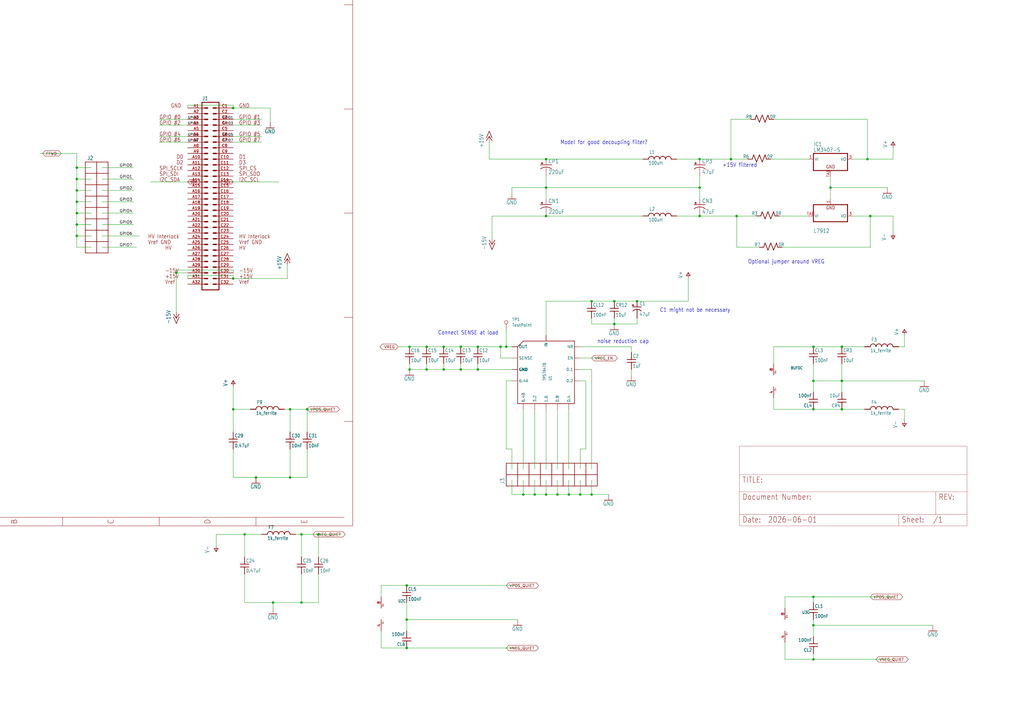
<source format=kicad_sch>
(kicad_sch (version 20231120) (generator "eeschema") (generator_version "8.0")
  (paper "User" 457.276 315.087)
  (lib_symbols
    (symbol "Connector:TestPoint" (pin_numbers hide) (pin_names (offset 0.762) hide)
      (property "Reference" "TP" (at 0 6.858 0))
      (property "Value" "TestPoint" (at 0 5.08 0))
      (symbol "TestPoint_1_1"
        (pin passive line (at 0 0 90) (length 2.54) (name "1") (number "1"))
      )
    )
    (symbol "CurrentController-eagle-import:+15V" (power)
      (symbol "+15V_1_0"
        (pin power_in line (at 0 -2.54 90) (length 2.54) (name "+15V") (number "1"))
      )
    )
    (symbol "CurrentController-eagle-import:-15V" (power)
      (symbol "-15V_1_0"
        (pin power_in line (at 0 2.54 270) (length 2.54) (name "-15V") (number "1"))
      )
    )
    (symbol "CurrentController-eagle-import:2X8_LOW_PROFILE_JUMPER"
      (property "Reference" "J" (at -4.318 21.082 0))
      (symbol "2X8_LOW_PROFILE_JUMPER_1_0"
        (pin bidirectional line (at -2.54 17.78 270) (length 0) (name "P$1") (number "P$1"))
        (pin bidirectional line (at 2.54 -2.54 270) (length 0) (name "P$10") (number "P$10"))
        (pin bidirectional line (at -2.54 -7.62 270) (length 0) (name "P$11") (number "P$11"))
        (pin bidirectional line (at 2.54 -7.62 270) (length 0) (name "P$12") (number "P$12"))
        (pin bidirectional line (at -2.54 -12.7 270) (length 0) (name "P$13") (number "P$13"))
        (pin bidirectional line (at 2.54 -12.7 270) (length 0) (name "P$14") (number "P$14"))
        (pin bidirectional line (at -2.54 -17.78 270) (length 0) (name "P$15") (number "P$15"))
        (pin bidirectional line (at 2.54 -17.78 270) (length 0) (name "P$16") (number "P$16"))
        (pin bidirectional line (at 2.54 17.78 270) (length 0) (name "P$2") (number "P$2"))
        (pin bidirectional line (at -2.54 12.7 270) (length 0) (name "P$3") (number "P$3"))
        (pin bidirectional line (at 2.54 12.7 270) (length 0) (name "P$4") (number "P$4"))
        (pin bidirectional line (at -2.54 7.62 270) (length 0) (name "P$5") (number "P$5"))
        (pin bidirectional line (at 2.54 7.62 270) (length 0) (name "P$6") (number "P$6"))
        (pin bidirectional line (at -2.54 2.54 270) (length 0) (name "P$7") (number "P$7"))
        (pin bidirectional line (at 2.54 2.54 270) (length 0) (name "P$8") (number "P$8"))
        (pin bidirectional line (at -2.54 -2.54 270) (length 0) (name "P$9") (number "P$9"))
      )
    )
    (symbol "CurrentController-eagle-import:CPOL-USCT7343"
      (property "Reference" "C" (at 1.016 0.635 0))
      (symbol "CPOL-USCT7343_1_0"
        (pin passive line (at 0 2.54 270) (length 2.54) (name "+") (number "+"))
        (pin passive line (at 0 -5.08 90) (length 2.54) (name "-") (number "-"))
      )
    )
    (symbol "CurrentController-eagle-import:CPOL-USF"
      (property "Reference" "C" (at 1.016 0.635 0))
      (symbol "CPOL-USF_1_0"
        (pin passive line (at 0 2.54 270) (length 2.54) (name "+") (number "+"))
        (pin passive line (at 0 -5.08 90) (length 2.54) (name "-") (number "-"))
      )
    )
    (symbol "CurrentController-eagle-import:C_MLCC_SMDCMLCC_0306"
      (property "Reference" "C" (at 0.5715 0.0635 0))
      (symbol "C_MLCC_SMDCMLCC_0306_1_0"
        (pin passive line (at 0 2.54 270) (length 0) (name "1") (number "P$1"))
        (pin passive line (at 0 -5.08 90) (length 0) (name "2") (number "P$2"))
      )
    )
    (symbol "CurrentController-eagle-import:C_MLCC_SMDCMLCC_0603"
      (property "Reference" "C" (at 0.5715 0.0635 0))
      (symbol "C_MLCC_SMDCMLCC_0603_1_0"
        (pin passive line (at 0 2.54 270) (length 0) (name "1") (number "P$1"))
        (pin passive line (at 0 -5.08 90) (length 0) (name "2") (number "P$2"))
      )
    )
    (symbol "CurrentController-eagle-import:C_MLCC_SMDCMLCC_0612"
      (property "Reference" "C" (at 0.5715 0.0635 0))
      (symbol "C_MLCC_SMDCMLCC_0612_1_0"
        (pin passive line (at 0 2.54 270) (length 0) (name "1") (number "P$1"))
        (pin passive line (at 0 -5.08 90) (length 0) (name "2") (number "P$2"))
      )
    )
    (symbol "CurrentController-eagle-import:C_MLCC_SMDCMLCC_0805"
      (property "Reference" "C" (at 0.5715 0.0635 0))
      (symbol "C_MLCC_SMDCMLCC_0805_1_0"
        (pin passive line (at 0 2.54 270) (length 0) (name "1") (number "P$1"))
        (pin passive line (at 0 -5.08 90) (length 0) (name "2") (number "P$2"))
      )
    )
    (symbol "CurrentController-eagle-import:C_POL_SMDCPOL_1206"
      (property "Reference" "C" (at 1.016 0.635 0))
      (symbol "C_POL_SMDCPOL_1206_1_0"
        (pin passive line (at 0 2.54 270) (length 0) (name "+") (number "P$1"))
        (pin passive line (at 0 -5.08 90) (length 0) (name "-") (number "P$2"))
      )
    )
    (symbol "CurrentController-eagle-import:DUAL-OPAMP-AD8676_MSOP"
      (property "Reference" "U" (at 7.62 5.08 0))
      (symbol "DUAL-OPAMP-AD8676_MSOP_1_0"
        (pin output line (at 10.16 0 180) (length 2.54) (name "OUT") (number "1"))
        (pin input line (at -5.08 -2.54 0) (length 2.54) (name "-IN") (number "2"))
        (pin input line (at -5.08 2.54 0) (length 2.54) (name "+IN") (number "3"))
      )
      (symbol "DUAL-OPAMP-AD8676_MSOP_2_0"
        (pin input line (at -5.08 2.54 0) (length 2.54) (name "+IN") (number "5"))
        (pin input line (at -5.08 -2.54 0) (length 2.54) (name "-IN") (number "6"))
        (pin output line (at 10.16 0 180) (length 2.54) (name "OUT") (number "7"))
      )
      (symbol "DUAL-OPAMP-AD8676_MSOP_3_0"
        (text "V+" (at 1.27 3.175 900) (effects (font (size 0.8128 0.6908)) (justify left bottom)))
        (text "V-" (at 1.27 -4.445 900) (effects (font (size 0.8128 0.6908)) (justify left bottom)))
        (pin power_in line (at 0 -7.62 90) (length 5.08) (name "V-") (number "4"))
        (pin power_in line (at 0 7.62 270) (length 5.08) (name "V+") (number "8"))
      )
    )
    (symbol "CurrentController-eagle-import:FRAME_A_L"
      (symbol "FRAME_A_L_1_0"
        (text "1" (at 23.2833 213.995 0) (effects (font (size 2.54 2.286))))
        (text "2" (at 69.85 213.995 0) (effects (font (size 2.54 2.286))))
        (text "3" (at 116.4167 213.995 0) (effects (font (size 2.54 2.286))))
        (text "4" (at 162.9833 213.995 0) (effects (font (size 2.54 2.286))))
        (text "5" (at 209.55 213.995 0) (effects (font (size 2.54 2.286))))
        (text "6" (at 256.1167 213.995 0) (effects (font (size 2.54 2.286))))
        (text "A" (at 1.905 194.31 0) (effects (font (size 2.54 2.286))))
        (text "A" (at 277.495 194.31 0) (effects (font (size 2.54 2.286))))
        (text "B" (at 1.905 151.13 0) (effects (font (size 2.54 2.286))))
        (text "B" (at 277.495 151.13 0) (effects (font (size 2.54 2.286))))
        (text "C" (at 1.905 107.95 0) (effects (font (size 2.54 2.286))))
        (text "C" (at 277.495 107.95 0) (effects (font (size 2.54 2.286))))
        (text "D" (at 1.905 64.77 0) (effects (font (size 2.54 2.286))))
        (text "D" (at 277.495 64.77 0) (effects (font (size 2.54 2.286))))
        (text "E" (at 1.905 21.59 0) (effects (font (size 2.54 2.286))))
        (text "E" (at 277.495 21.59 0) (effects (font (size 2.54 2.286))))
      )
      (symbol "FRAME_A_L_2_0"
        (text "${#}/${##}" (at 86.36 1.27 0) (effects (font (size 2.54 2.159)) (justify left bottom)))
        (text "${CURRENT_DATE}" (at 12.7 1.27 0) (effects (font (size 2.54 2.159)) (justify left bottom)))
        (text "${PROJECTNAME}" (at 17.78 19.05 0) (effects (font (size 2.54 2.159)) (justify left bottom)))
        (text "Date:" (at 1.27 1.27 0) (effects (font (size 2.54 2.159)) (justify left bottom)))
        (text "Document Number:" (at 1.27 11.43 0) (effects (font (size 2.54 2.159)) (justify left bottom)))
        (text "REV:" (at 88.9 11.43 0) (effects (font (size 2.54 2.159)) (justify left bottom)))
        (text "Sheet:" (at 72.39 1.27 0) (effects (font (size 2.54 2.159)) (justify left bottom)))
        (text "TITLE:" (at 1.27 19.05 0) (effects (font (size 2.54 2.159)) (justify left bottom)))
      )
    )
    (symbol "CurrentController-eagle-import:GND" (power)
      (symbol "GND_1_0"
        (pin power_in line (at 0 2.54 270) (length 2.54) (name "GND") (number "1"))
      )
    )
    (symbol "CurrentController-eagle-import:L7912"
      (symbol "L7912_1_0"
        (text "GND" (at -2.032 2.794 0) (effects (font (size 1.524 1.2954)) (justify left bottom)))
        (pin passive line (at 0 7.62 270) (length 2.54) (name "GND") (number "1"))
        (pin passive line (at 10.16 0 180) (length 2.54) (name "VO") (number "3"))
        (pin input line (at -10.16 0 0) (length 2.54) (name "VI") (number "TAB"))
      )
    )
    (symbol "CurrentController-eagle-import:LM340?-S"
      (property "Reference" "IC" (at -7.62 5.715 0))
      (symbol "LM340?-S_1_0"
        (text "GND" (at -2.032 -4.318 0) (effects (font (size 1.524 1.2954)) (justify left bottom)))
        (pin input line (at -10.16 0 0) (length 2.54) (name "VI") (number "1"))
        (pin passive line (at 10.16 0 180) (length 2.54) (name "VO") (number "3"))
        (pin passive line (at 0 -7.62 90) (length 2.54) (name "GND") (number "TAB"))
      )
    )
    (symbol "CurrentController-eagle-import:L_FERRITE_SMDLFERRITE_0603"
      (property "Reference" "L" (at -4.7 2.31 0))
      (symbol "L_FERRITE_SMDLFERRITE_0603_1_0"
        (pin passive line (at -7.62 0 0) (length 2.54) (name "1") (number "P$1"))
        (pin passive line (at 7.62 0 180) (length 2.54) (name "2") (number "P$2"))
      )
    )
    (symbol "CurrentController-eagle-import:R_SMDR1206"
      (property "Reference" "R" (at -7.3025 0.3175 0))
      (symbol "R_SMDR1206_1_0"
        (pin passive line (at -5.08 0 0) (length 0) (name "1") (number "P$1"))
        (pin passive line (at 5.08 0 180) (length 0) (name "2") (number "P$2"))
      )
    )
    (symbol "CurrentController-eagle-import:TPS7A470"
      (property "Reference" "U" (at 10.16 15.24 0))
      (symbol "TPS7A470_1_0"
        (pin bidirectional line (at -15.24 5.08 0) (length 2.54) (name "OUT") (number "1"))
        (pin bidirectional line (at 10.16 -22.86 90) (length 2.54) (name "0.4") (number "10"))
        (pin bidirectional line (at 15.24 -10.16 180) (length 2.54) (name "0.2") (number "11"))
        (pin bidirectional line (at 15.24 -5.08 180) (length 2.54) (name "0.1") (number "12"))
        (pin bidirectional line (at 15.24 0 180) (length 2.54) (name "EN") (number "13"))
        (pin bidirectional line (at 15.24 5.08 180) (length 2.54) (name "NR") (number "14"))
        (pin bidirectional line (at 0 10.16 270) (length 2.54) (name "IN") (number "15"))
        (pin bidirectional line (at 0 10.16 270) (length 2.54) (name "IN") (number "16"))
        (pin bidirectional line (at -15.24 -5.08 0) (length 2.54) (name "GND") (number "17"))
        (pin bidirectional line (at -15.24 -5.08 0) (length 2.54) (name "GND") (number "18"))
        (pin bidirectional line (at -15.24 -5.08 0) (length 2.54) (name "GND") (number "19"))
        (pin bidirectional line (at -15.24 -5.08 0) (length 2.54) (name "GND") (number "2"))
        (pin bidirectional line (at -15.24 5.08 0) (length 2.54) (name "OUT") (number "20"))
        (pin bidirectional line (at -15.24 0 0) (length 2.54) (name "SENSE") (number "3"))
        (pin bidirectional line (at -15.24 -10.16 0) (length 2.54) (name "6.4A") (number "4"))
        (pin bidirectional line (at -10.16 -22.86 90) (length 2.54) (name "6.4B") (number "5"))
        (pin bidirectional line (at -5.08 -22.86 90) (length 2.54) (name "3.2") (number "6"))
        (pin bidirectional line (at -15.24 -5.08 0) (length 2.54) (name "GND") (number "7"))
        (pin bidirectional line (at 0 -22.86 90) (length 2.54) (name "1.6") (number "8"))
        (pin bidirectional line (at 5.08 -22.86 90) (length 2.54) (name "0.8") (number "9"))
        (pin bidirectional line (at -15.24 -5.08 0) (length 2.54) (name "GND") (number "EXP"))
      )
    )
    (symbol "CurrentController-eagle-import:V+" (power)
      (symbol "V+_1_0"
        (pin power_in line (at 0 -2.54 90) (length 2.54) (name "V+") (number "1"))
      )
    )
    (symbol "CurrentController-eagle-import:V-" (power)
      (symbol "V-_1_0"
        (pin power_in line (at 0 2.54 270) (length 2.54) (name "V-") (number "1"))
      )
    )
    (symbol "CurrentController-eagle-import:VG64C"
      (property "Reference" "J" (at -3.81 41.402 0))
      (symbol "VG64C_1_0"
        (text "+15V" (at -20.32 -38.1 0) (effects (font (size 1.778 1.5113)) (justify left bottom)))
        (text "+15V" (at 12.7 -38.1 0) (effects (font (size 1.778 1.5113)) (justify left bottom)))
        (text "-15V" (at -20.32 -35.56 0) (effects (font (size 1.778 1.5113)) (justify left bottom)))
        (text "-15V" (at 12.7 -35.56 0) (effects (font (size 1.778 1.5113)) (justify left bottom)))
        (text "D0" (at -15.24 15.24 0) (effects (font (size 1.778 1.5113)) (justify left bottom)))
        (text "D1" (at 12.7 15.24 0) (effects (font (size 1.778 1.5113)) (justify left bottom)))
        (text "D2" (at -15.24 12.7 0) (effects (font (size 1.778 1.5113)) (justify left bottom)))
        (text "D3" (at 12.7 12.7 0) (effects (font (size 1.778 1.5113)) (justify left bottom)))
        (text "GND" (at -17.78 38.1 0) (effects (font (size 1.778 1.5113)) (justify left bottom)))
        (text "GND" (at 12.7 38.1 0) (effects (font (size 1.778 1.5113)) (justify left bottom)))
        (text "GPIO #0" (at -22.86 33.02 0) (effects (font (size 1.778 1.5113)) (justify left bottom)))
        (text "GPIO #1" (at 12.7 33.02 0) (effects (font (size 1.778 1.5113)) (justify left bottom)))
        (text "GPIO #2" (at -22.86 30.48 0) (effects (font (size 1.778 1.5113)) (justify left bottom)))
        (text "GPIO #3" (at 12.7 30.48 0) (effects (font (size 1.778 1.5113)) (justify left bottom)))
        (text "GPIO #4" (at -22.86 25.4 0) (effects (font (size 1.778 1.5113)) (justify left bottom)))
        (text "GPIO #5" (at 12.7 25.4 0) (effects (font (size 1.778 1.5113)) (justify left bottom)))
        (text "GPIO #6" (at -22.86 22.86 0) (effects (font (size 1.778 1.5113)) (justify left bottom)))
        (text "GPIO #7" (at 12.7 22.86 0) (effects (font (size 1.778 1.5113)) (justify left bottom)))
        (text "HV" (at -20.32 -25.4 0) (effects (font (size 1.778 1.5113)) (justify left bottom)))
        (text "HV" (at 12.7 -25.4 0) (effects (font (size 1.778 1.5113)) (justify left bottom)))
        (text "HV Interlock" (at -27.94 -20.32 0) (effects (font (size 1.778 1.5113)) (justify left bottom)))
        (text "HV Interlock" (at 12.7 -20.32 0) (effects (font (size 1.778 1.5113)) (justify left bottom)))
        (text "I2C_SCL" (at 12.7 5.08 0) (effects (font (size 1.778 1.5113)) (justify left bottom)))
        (text "I2C_SDA" (at -22.86 5.08 0) (effects (font (size 1.778 1.5113)) (justify left bottom)))
        (text "SPI_CS" (at 12.7 10.16 0) (effects (font (size 1.778 1.5113)) (justify left bottom)))
        (text "SPI_SCLK" (at -22.86 10.16 0) (effects (font (size 1.778 1.5113)) (justify left bottom)))
        (text "SPI_SDI" (at -22.86 7.62 0) (effects (font (size 1.778 1.5113)) (justify left bottom)))
        (text "SPI_SDO" (at 12.7 7.62 0) (effects (font (size 1.778 1.5113)) (justify left bottom)))
        (text "Vref" (at -20.32 -40.64 0) (effects (font (size 1.778 1.5113)) (justify left bottom)))
        (text "Vref" (at 12.7 -40.64 0) (effects (font (size 1.778 1.5113)) (justify left bottom)))
        (text "Vref GND" (at -27.94 -22.86 0) (effects (font (size 1.778 1.5113)) (justify left bottom)))
        (text "Vref GND" (at 12.7 -22.86 0) (effects (font (size 1.778 1.5113)) (justify left bottom)))
        (pin passive line (at -10.16 38.1 0) (length 7.62) (name "A1") (number "A1"))
        (pin passive line (at -10.16 15.24 0) (length 7.62) (name "A10") (number "A10"))
        (pin passive line (at -10.16 12.7 0) (length 7.62) (name "A11") (number "A11"))
        (pin passive line (at -10.16 10.16 0) (length 7.62) (name "A12") (number "A12"))
        (pin passive line (at -10.16 7.62 0) (length 7.62) (name "A13") (number "A13"))
        (pin passive line (at -10.16 5.08 0) (length 7.62) (name "A14") (number "A14"))
        (pin passive line (at -10.16 2.54 0) (length 7.62) (name "A15") (number "A15"))
        (pin passive line (at -10.16 0 0) (length 7.62) (name "A16") (number "A16"))
        (pin passive line (at -10.16 -2.54 0) (length 7.62) (name "A17") (number "A17"))
        (pin passive line (at -10.16 -5.08 0) (length 7.62) (name "A18") (number "A18"))
        (pin passive line (at -10.16 -7.62 0) (length 7.62) (name "A19") (number "A19"))
        (pin passive line (at -10.16 35.56 0) (length 7.62) (name "A2") (number "A2"))
        (pin passive line (at -10.16 -10.16 0) (length 7.62) (name "A20") (number "A20"))
        (pin passive line (at -10.16 -12.7 0) (length 7.62) (name "A21") (number "A21"))
        (pin passive line (at -10.16 -15.24 0) (length 7.62) (name "A22") (number "A22"))
        (pin passive line (at -10.16 -17.78 0) (length 7.62) (name "A23") (number "A23"))
        (pin passive line (at -10.16 -20.32 0) (length 7.62) (name "A24") (number "A24"))
        (pin passive line (at -10.16 -22.86 0) (length 7.62) (name "A25") (number "A25"))
        (pin passive line (at -10.16 -25.4 0) (length 7.62) (name "A26") (number "A26"))
        (pin passive line (at -10.16 -27.94 0) (length 7.62) (name "A27") (number "A27"))
        (pin passive line (at -10.16 -30.48 0) (length 7.62) (name "A28") (number "A28"))
        (pin passive line (at -10.16 -33.02 0) (length 7.62) (name "A29") (number "A29"))
        (pin passive line (at -10.16 33.02 0) (length 7.62) (name "A3") (number "A3"))
        (pin passive line (at -10.16 -35.56 0) (length 7.62) (name "A30") (number "A30"))
        (pin passive line (at -10.16 -38.1 0) (length 7.62) (name "A31") (number "A31"))
        (pin passive line (at -10.16 -40.64 0) (length 7.62) (name "A32") (number "A32"))
        (pin passive line (at -10.16 30.48 0) (length 7.62) (name "A4") (number "A4"))
        (pin passive line (at -10.16 27.94 0) (length 7.62) (name "A5") (number "A5"))
        (pin passive line (at -10.16 25.4 0) (length 7.62) (name "A6") (number "A6"))
        (pin passive line (at -10.16 22.86 0) (length 7.62) (name "A7") (number "A7"))
        (pin passive line (at -10.16 20.32 0) (length 7.62) (name "A8") (number "A8"))
        (pin passive line (at -10.16 17.78 0) (length 7.62) (name "A9") (number "A9"))
        (pin passive line (at 10.16 38.1 180) (length 7.62) (name "C1") (number "C1"))
        (pin passive line (at 10.16 15.24 180) (length 7.62) (name "C10") (number "C10"))
        (pin passive line (at 10.16 12.7 180) (length 7.62) (name "C11") (number "C11"))
        (pin passive line (at 10.16 10.16 180) (length 7.62) (name "C12") (number "C12"))
        (pin passive line (at 10.16 7.62 180) (length 7.62) (name "C13") (number "C13"))
        (pin passive line (at 10.16 5.08 180) (length 7.62) (name "C14") (number "C14"))
        (pin passive line (at 10.16 2.54 180) (length 7.62) (name "C15") (number "C15"))
        (pin passive line (at 10.16 0 180) (length 7.62) (name "C16") (number "C16"))
        (pin passive line (at 10.16 -2.54 180) (length 7.62) (name "C17") (number "C17"))
        (pin passive line (at 10.16 -5.08 180) (length 7.62) (name "C18") (number "C18"))
        (pin passive line (at 10.16 -7.62 180) (length 7.62) (name "C19") (number "C19"))
        (pin passive line (at 10.16 35.56 180) (length 7.62) (name "C2") (number "C2"))
        (pin passive line (at 10.16 -10.16 180) (length 7.62) (name "C20") (number "C20"))
        (pin passive line (at 10.16 -12.7 180) (length 7.62) (name "C21") (number "C21"))
        (pin passive line (at 10.16 -15.24 180) (length 7.62) (name "C22") (number "C22"))
        (pin passive line (at 10.16 -17.78 180) (length 7.62) (name "C23") (number "C23"))
        (pin passive line (at 10.16 -20.32 180) (length 7.62) (name "C24") (number "C24"))
        (pin passive line (at 10.16 -22.86 180) (length 7.62) (name "C25") (number "C25"))
        (pin passive line (at 10.16 -25.4 180) (length 7.62) (name "C26") (number "C26"))
        (pin passive line (at 10.16 -27.94 180) (length 7.62) (name "C27") (number "C27"))
        (pin passive line (at 10.16 -30.48 180) (length 7.62) (name "C28") (number "C28"))
        (pin passive line (at 10.16 -33.02 180) (length 7.62) (name "C29") (number "C29"))
        (pin passive line (at 10.16 33.02 180) (length 7.62) (name "C3") (number "C3"))
        (pin passive line (at 10.16 -35.56 180) (length 7.62) (name "C30") (number "C30"))
        (pin passive line (at 10.16 -38.1 180) (length 7.62) (name "C31") (number "C31"))
        (pin passive line (at 10.16 -40.64 180) (length 7.62) (name "C32") (number "C32"))
        (pin passive line (at 10.16 30.48 180) (length 7.62) (name "C4") (number "C4"))
        (pin passive line (at 10.16 27.94 180) (length 7.62) (name "C5") (number "C5"))
        (pin passive line (at 10.16 25.4 180) (length 7.62) (name "C6") (number "C6"))
        (pin passive line (at 10.16 22.86 180) (length 7.62) (name "C7") (number "C7"))
        (pin passive line (at 10.16 20.32 180) (length 7.62) (name "C8") (number "C8"))
        (pin passive line (at 10.16 17.78 180) (length 7.62) (name "C9") (number "C9"))
      )
    )
    (symbol "CurrentController-eagle-import:WURTH_74477020"
      (property "Reference" "L" (at -4.7 2.31 0))
      (symbol "WURTH_74477020_1_0"
        (pin passive line (at -7.62 0 0) (length 2.54) (name "1") (number "P$1"))
        (pin passive line (at 7.62 0 180) (length 2.54) (name "2") (number "P$2"))
      )
    )
  )
  (junction (at 34.29 80.01))
  (junction (at 284.48 134.62))
  (junction (at 182.88 165.1))
  (junction (at 104.14 48.26))
  (junction (at 387.35 71.12))
  (junction (at 363.22 154.94))
  (junction (at 274.32 144.78))
  (junction (at 134.62 269.24))
  (junction (at 375.92 170.18))
  (junction (at 363.22 182.88))
  (junction (at 328.93 96.52))
  (junction (at 181.61 261.62))
  (junction (at 238.76 220.98))
  (junction (at 363.22 170.18))
  (junction (at 181.61 276.86))
  (junction (at 375.92 182.88))
  (junction (at 109.22 238.76))
  (junction (at 248.92 220.98))
  (junction (at 134.62 238.76))
  (junction (at 243.84 83.82))
  (junction (at 205.74 154.94))
  (junction (at 226.06 154.94))
  (junction (at 388.62 96.52))
  (junction (at 182.88 154.94))
  (junction (at 213.36 154.94))
  (junction (at 34.29 74.93))
  (junction (at 213.36 165.1))
  (junction (at 104.14 124.46))
  (junction (at 312.42 71.12))
  (junction (at 233.68 220.98))
  (junction (at 243.84 71.12))
  (junction (at 363.22 294.64))
  (junction (at 129.54 213.36))
  (junction (at 190.5 154.94))
  (junction (at 259.08 220.98))
  (junction (at 34.29 90.17))
  (junction (at 363.22 266.7))
  (junction (at 274.32 134.62))
  (junction (at 34.29 95.25))
  (junction (at 34.29 85.09))
  (junction (at 104.14 182.88))
  (junction (at 34.29 105.41))
  (junction (at 114.3 213.36))
  (junction (at 264.16 134.62))
  (junction (at 375.92 154.94))
  (junction (at 363.22 279.4))
  (junction (at 326.39 71.12))
  (junction (at 34.29 100.33))
  (junction (at 312.42 96.52))
  (junction (at 243.84 96.52))
  (junction (at 129.54 182.88))
  (junction (at 312.42 83.82))
  (junction (at 121.92 269.24))
  (junction (at 264.16 220.98))
  (junction (at 370.84 83.82))
  (junction (at 198.12 165.1))
  (junction (at 78.74 121.92))
  (junction (at 142.24 238.76))
  (junction (at 198.12 154.94))
  (junction (at 243.84 220.98))
  (junction (at 181.61 289.56))
  (junction (at 254 220.98))
  (junction (at 190.5 165.1))
  (junction (at 205.74 165.1))
  (junction (at 223.52 154.94))
  (junction (at 137.16 182.88))
  (wire (pts (xy 363.22 269.24) (xy 363.22 266.7)) (stroke (width 0.1524)))
  (wire (pts (xy 281.94 165.1) (xy 281.94 167.64)) (stroke (width 0.1524)))
  (wire (pts (xy 223.52 154.94) (xy 226.06 154.94)) (stroke (width 0.1524)))
  (wire (pts (xy 129.54 182.88) (xy 137.16 182.88)) (stroke (width 0.1524)))
  (wire (pts (xy 34.29 100.33) (xy 40.64 100.33)) (stroke (width 0.1524)))
  (wire (pts (xy 223.52 160.02) (xy 223.52 154.94)) (stroke (width 0.1524)))
  (wire (pts (xy 248.92 220.98) (xy 248.92 214.63)) (stroke (width 0.1524)))
  (wire (pts (xy 205.74 165.1) (xy 213.36 165.1)) (stroke (width 0.1524)))
  (wire (pts (xy 170.18 261.62) (xy 181.61 261.62)) (stroke (width 0.1524)))
  (wire (pts (xy 104.14 48.26) (xy 120.65 48.26)) (stroke (width 0.1524)))
  (wire (pts (xy 264.16 142.24) (xy 264.16 144.78)) (stroke (width 0.1524)))
  (wire (pts (xy 375.92 162.56) (xy 375.92 170.18)) (stroke (width 0.1524)))
  (wire (pts (xy 302.26 71.12) (xy 312.42 71.12)) (stroke (width 0.1524)))
  (wire (pts (xy 326.39 71.12) (xy 312.42 71.12)) (stroke (width 0.1524)))
  (wire (pts (xy 205.74 154.94) (xy 198.12 154.94)) (stroke (width 0.1524)))
  (wire (pts (xy 403.86 182.88) (xy 403.86 187.96)) (stroke (width 0.1524)))
  (wire (pts (xy 34.29 90.17) (xy 40.64 90.17)) (stroke (width 0.1524)))
  (wire (pts (xy 243.84 83.82) (xy 228.6 83.82)) (stroke (width 0.1524)))
  (wire (pts (xy 78.74 121.92) (xy 78.74 139.7)) (stroke (width 0.1524)))
  (wire (pts (xy 104.14 123.19) (xy 104.14 124.46)) (stroke (width 0.1524)))
  (wire (pts (xy 307.34 134.62) (xy 307.34 124.46)) (stroke (width 0.1524)))
  (wire (pts (xy 198.12 162.56) (xy 198.12 165.1)) (stroke (width 0.1524)))
  (wire (pts (xy 363.22 294.64) (xy 350.52 294.64)) (stroke (width 0.1524)))
  (wire (pts (xy 83.82 60.96) (xy 71.12 60.96)) (stroke (width 0.1524)))
  (wire (pts (xy 128.27 124.46) (xy 128.27 118.11)) (stroke (width 0.1524)))
  (wire (pts (xy 17.78 68.58) (xy 34.29 68.58)) (stroke (width 0.1524)))
  (wire (pts (xy 96.52 238.76) (xy 96.52 243.84)) (stroke (width 0.1524)))
  (wire (pts (xy 114.3 213.36) (xy 129.54 213.36)) (stroke (width 0.1524)))
  (wire (pts (xy 34.29 105.41) (xy 34.29 110.49)) (stroke (width 0.1524)))
  (wire (pts (xy 83.82 48.26) (xy 83.82 46.99)) (stroke (width 0.1524)))
  (wire (pts (xy 182.88 165.1) (xy 190.5 165.1)) (stroke (width 0.1524)))
  (wire (pts (xy 363.22 292.1) (xy 363.22 294.64)) (stroke (width 0.1524)))
  (wire (pts (xy 127 182.88) (xy 129.54 182.88)) (stroke (width 0.1524)))
  (wire (pts (xy 111.76 182.88) (xy 104.14 182.88)) (stroke (width 0.1524)))
  (wire (pts (xy 243.84 182.88) (xy 243.84 209.55)) (stroke (width 0.1524)))
  (wire (pts (xy 243.84 149.86) (xy 243.84 134.62)) (stroke (width 0.1524)))
  (wire (pts (xy 182.88 154.94) (xy 190.5 154.94)) (stroke (width 0.1524)))
  (wire (pts (xy 45.72 80.01) (xy 59.69 80.01)) (stroke (width 0.1524)))
  (wire (pts (xy 219.71 96.52) (xy 219.71 106.68)) (stroke (width 0.1524)))
  (wire (pts (xy 363.22 175.26) (xy 363.22 170.18)) (stroke (width 0.1524)))
  (wire (pts (xy 213.36 162.56) (xy 213.36 165.1)) (stroke (width 0.1524)))
  (wire (pts (xy 181.61 276.86) (xy 181.61 269.24)) (stroke (width 0.1524)))
  (wire (pts (xy 34.29 105.41) (xy 40.64 105.41)) (stroke (width 0.1524)))
  (wire (pts (xy 345.44 53.34) (xy 387.35 53.34)) (stroke (width 0.1524)))
  (wire (pts (xy 45.72 95.25) (xy 59.69 95.25)) (stroke (width 0.1524)))
  (wire (pts (xy 109.22 248.92) (xy 109.22 238.76)) (stroke (width 0.1524)))
  (wire (pts (xy 328.93 110.49) (xy 328.93 96.52)) (stroke (width 0.1524)))
  (wire (pts (xy 398.78 71.12) (xy 398.78 66.04)) (stroke (width 0.1524)))
  (wire (pts (xy 137.16 193.04) (xy 137.16 182.88)) (stroke (width 0.1524)))
  (wire (pts (xy 243.84 83.82) (xy 243.84 88.9)) (stroke (width 0.1524)))
  (wire (pts (xy 198.12 154.94) (xy 190.5 154.94)) (stroke (width 0.1524)))
  (wire (pts (xy 104.14 200.66) (xy 104.14 213.36)) (stroke (width 0.1524)))
  (wire (pts (xy 345.44 154.94) (xy 363.22 154.94)) (stroke (width 0.1524)))
  (wire (pts (xy 129.54 213.36) (xy 137.16 213.36)) (stroke (width 0.1524)))
  (wire (pts (xy 34.29 90.17) (xy 34.29 95.25)) (stroke (width 0.1524)))
  (wire (pts (xy 284.48 134.62) (xy 307.34 134.62)) (stroke (width 0.1524)))
  (wire (pts (xy 104.14 81.28) (xy 124.46 81.28)) (stroke (width 0.1524)))
  (wire (pts (xy 104.14 46.99) (xy 104.14 48.26)) (stroke (width 0.1524)))
  (wire (pts (xy 182.88 162.56) (xy 182.88 165.1)) (stroke (width 0.1524)))
  (wire (pts (xy 34.29 95.25) (xy 40.64 95.25)) (stroke (width 0.1524)))
  (wire (pts (xy 350.52 271.78) (xy 350.52 266.7)) (stroke (width 0.1524)))
  (wire (pts (xy 198.12 165.1) (xy 205.74 165.1)) (stroke (width 0.1524)))
  (wire (pts (xy 375.92 154.94) (xy 386.08 154.94)) (stroke (width 0.1524)))
  (wire (pts (xy 78.74 120.65) (xy 104.14 120.65)) (stroke (width 0.1524)))
  (wire (pts (xy 78.74 121.92) (xy 78.74 120.65)) (stroke (width 0.1524)))
  (wire (pts (xy 104.14 182.88) (xy 104.14 172.72)) (stroke (width 0.1524)))
  (wire (pts (xy 360.68 71.12) (xy 344.17 71.12)) (stroke (width 0.1524)))
  (wire (pts (xy 109.22 238.76) (xy 96.52 238.76)) (stroke (width 0.1524)))
  (wire (pts (xy 274.32 134.62) (xy 284.48 134.62)) (stroke (width 0.1524)))
  (wire (pts (xy 381 96.52) (xy 388.62 96.52)) (stroke (width 0.1524)))
  (wire (pts (xy 261.62 200.66) (xy 259.08 200.66)) (stroke (width 0.1524)))
  (wire (pts (xy 181.61 281.94) (xy 181.61 276.86)) (stroke (width 0.1524)))
  (wire (pts (xy 121.92 271.78) (xy 121.92 269.24)) (stroke (width 0.1524)))
  (wire (pts (xy 264.16 220.98) (xy 271.78 220.98)) (stroke (width 0.1524)))
  (wire (pts (xy 264.16 144.78) (xy 274.32 144.78)) (stroke (width 0.1524)))
  (wire (pts (xy 83.82 63.5) (xy 71.12 63.5)) (stroke (width 0.1524)))
  (wire (pts (xy 170.18 266.7) (xy 170.18 261.62)) (stroke (width 0.1524)))
  (wire (pts (xy 182.88 154.94) (xy 177.8 154.94)) (stroke (width 0.1524)))
  (wire (pts (xy 34.29 110.49) (xy 40.64 110.49)) (stroke (width 0.1524)))
  (wire (pts (xy 104.14 213.36) (xy 114.3 213.36)) (stroke (width 0.1524)))
  (wire (pts (xy 116.84 238.76) (xy 109.22 238.76)) (stroke (width 0.1524)))
  (wire (pts (xy 370.84 83.82) (xy 396.24 83.82)) (stroke (width 0.1524)))
  (wire (pts (xy 142.24 238.76) (xy 152.4 238.76)) (stroke (width 0.1524)))
  (wire (pts (xy 363.22 170.18) (xy 363.22 162.56)) (stroke (width 0.1524)))
  (wire (pts (xy 243.84 134.62) (xy 264.16 134.62)) (stroke (width 0.1524)))
  (wire (pts (xy 254 220.98) (xy 254 214.63)) (stroke (width 0.1524)))
  (wire (pts (xy 34.29 74.93) (xy 34.29 68.58)) (stroke (width 0.1524)))
  (wire (pts (xy 350.52 287.02) (xy 350.52 294.64)) (stroke (width 0.1524)))
  (wire (pts (xy 302.26 96.52) (xy 312.42 96.52)) (stroke (width 0.1524)))
  (wire (pts (xy 137.16 200.66) (xy 137.16 213.36)) (stroke (width 0.1524)))
  (wire (pts (xy 264.16 134.62) (xy 274.32 134.62)) (stroke (width 0.1524)))
  (wire (pts (xy 349.25 110.49) (xy 388.62 110.49)) (stroke (width 0.1524)))
  (wire (pts (xy 170.18 281.94) (xy 170.18 289.56)) (stroke (width 0.1524)))
  (wire (pts (xy 363.22 182.88) (xy 345.44 182.88)) (stroke (width 0.1524)))
  (wire (pts (xy 228.6 160.02) (xy 223.52 160.02)) (stroke (width 0.1524)))
  (wire (pts (xy 363.22 279.4) (xy 416.56 279.4)) (stroke (width 0.1524)))
  (wire (pts (xy 134.62 238.76) (xy 142.24 238.76)) (stroke (width 0.1524)))
  (wire (pts (xy 326.39 53.34) (xy 326.39 71.12)) (stroke (width 0.1524)))
  (wire (pts (xy 219.71 96.52) (xy 243.84 96.52)) (stroke (width 0.1524)))
  (wire (pts (xy 228.6 83.82) (xy 228.6 86.36)) (stroke (width 0.1524)))
  (wire (pts (xy 233.68 182.88) (xy 233.68 209.55)) (stroke (width 0.1524)))
  (wire (pts (xy 375.92 170.18) (xy 375.92 175.26)) (stroke (width 0.1524)))
  (wire (pts (xy 350.52 266.7) (xy 363.22 266.7)) (stroke (width 0.1524)))
  (wire (pts (xy 363.22 170.18) (xy 375.92 170.18)) (stroke (width 0.1524)))
  (wire (pts (xy 274.32 144.78) (xy 274.32 142.24)) (stroke (width 0.1524)))
  (wire (pts (xy 205.74 162.56) (xy 205.74 165.1)) (stroke (width 0.1524)))
  (wire (pts (xy 134.62 269.24) (xy 142.24 269.24)) (stroke (width 0.1524)))
  (wire (pts (xy 228.6 220.98) (xy 233.68 220.98)) (stroke (width 0.1524)))
  (wire (pts (xy 45.72 100.33) (xy 59.69 100.33)) (stroke (width 0.1524)))
  (wire (pts (xy 328.93 96.52) (xy 337.82 96.52)) (stroke (width 0.1524)))
  (wire (pts (xy 243.84 220.98) (xy 248.92 220.98)) (stroke (width 0.1524)))
  (wire (pts (xy 345.44 177.8) (xy 345.44 182.88)) (stroke (width 0.1524)))
  (wire (pts (xy 34.29 80.01) (xy 34.29 85.09)) (stroke (width 0.1524)))
  (wire (pts (xy 83.82 81.28) (xy 67.31 81.28)) (stroke (width 0.1524)))
  (wire (pts (xy 259.08 200.66) (xy 259.08 209.55)) (stroke (width 0.1524)))
  (wire (pts (xy 190.5 165.1) (xy 198.12 165.1)) (stroke (width 0.1524)))
  (wire (pts (xy 387.35 53.34) (xy 387.35 71.12)) (stroke (width 0.1524)))
  (wire (pts (xy 375.92 182.88) (xy 386.08 182.88)) (stroke (width 0.1524)))
  (wire (pts (xy 190.5 162.56) (xy 190.5 165.1)) (stroke (width 0.1524)))
  (wire (pts (xy 401.32 182.88) (xy 403.86 182.88)) (stroke (width 0.1524)))
  (wire (pts (xy 388.62 96.52) (xy 398.78 96.52)) (stroke (width 0.1524)))
  (wire (pts (xy 375.92 170.18) (xy 412.75 170.18)) (stroke (width 0.1524)))
  (wire (pts (xy 120.65 48.26) (xy 120.65 54.61)) (stroke (width 0.1524)))
  (wire (pts (xy 104.14 193.04) (xy 104.14 182.88)) (stroke (width 0.1524)))
  (wire (pts (xy 83.82 121.92) (xy 78.74 121.92)) (stroke (width 0.1524)))
  (wire (pts (xy 181.61 289.56) (xy 231.14 289.56)) (stroke (width 0.1524)))
  (wire (pts (xy 238.76 220.98) (xy 243.84 220.98)) (stroke (width 0.1524)))
  (wire (pts (xy 104.14 53.34) (xy 116.84 53.34)) (stroke (width 0.1524)))
  (wire (pts (xy 243.84 78.74) (xy 243.84 83.82)) (stroke (width 0.1524)))
  (wire (pts (xy 218.44 71.12) (xy 218.44 63.5)) (stroke (width 0.1524)))
  (wire (pts (xy 243.84 96.52) (xy 287.02 96.52)) (stroke (width 0.1524)))
  (wire (pts (xy 45.72 85.09) (xy 59.69 85.09)) (stroke (width 0.1524)))
  (wire (pts (xy 238.76 220.98) (xy 238.76 214.63)) (stroke (width 0.1524)))
  (wire (pts (xy 243.84 220.98) (xy 243.84 214.63)) (stroke (width 0.1524)))
  (wire (pts (xy 45.72 105.41) (xy 62.23 105.41)) (stroke (width 0.1524)))
  (wire (pts (xy 45.72 90.17) (xy 59.69 90.17)) (stroke (width 0.1524)))
  (wire (pts (xy 284.48 144.78) (xy 274.32 144.78)) (stroke (width 0.1524)))
  (wire (pts (xy 83.82 55.88) (xy 71.12 55.88)) (stroke (width 0.1524)))
  (wire (pts (xy 370.84 88.9) (xy 370.84 83.82)) (stroke (width 0.1524)))
  (wire (pts (xy 261.62 170.18) (xy 259.08 170.18)) (stroke (width 0.1524)))
  (wire (pts (xy 34.29 85.09) (xy 40.64 85.09)) (stroke (width 0.1524)))
  (wire (pts (xy 142.24 256.54) (xy 142.24 269.24)) (stroke (width 0.1524)))
  (wire (pts (xy 104.14 63.5) (xy 116.84 63.5)) (stroke (width 0.1524)))
  (wire (pts (xy 45.72 74.93) (xy 59.69 74.93)) (stroke (width 0.1524)))
  (wire (pts (xy 363.22 182.88) (xy 375.92 182.88)) (stroke (width 0.1524)))
  (wire (pts (xy 238.76 182.88) (xy 238.76 209.55)) (stroke (width 0.1524)))
  (wire (pts (xy 104.14 60.96) (xy 116.84 60.96)) (stroke (width 0.1524)))
  (wire (pts (xy 312.42 78.74) (xy 312.42 83.82)) (stroke (width 0.1524)))
  (wire (pts (xy 134.62 256.54) (xy 134.62 269.24)) (stroke (width 0.1524)))
  (wire (pts (xy 243.84 71.12) (xy 218.44 71.12)) (stroke (width 0.1524)))
  (wire (pts (xy 121.92 269.24) (xy 134.62 269.24)) (stroke (width 0.1524)))
  (wire (pts (xy 264.16 220.98) (xy 264.16 214.63)) (stroke (width 0.1524)))
  (wire (pts (xy 243.84 71.12) (xy 287.02 71.12)) (stroke (width 0.1524)))
  (wire (pts (xy 339.09 110.49) (xy 328.93 110.49)) (stroke (width 0.1524)))
  (wire (pts (xy 312.42 83.82) (xy 243.84 83.82)) (stroke (width 0.1524)))
  (wire (pts (xy 259.08 160.02) (xy 269.24 160.02)) (stroke (width 0.1524)))
  (wire (pts (xy 181.61 261.62) (xy 231.14 261.62)) (stroke (width 0.1524)))
  (wire (pts (xy 83.82 123.19) (xy 104.14 123.19)) (stroke (width 0.1524)))
  (wire (pts (xy 347.98 96.52) (xy 360.68 96.52)) (stroke (width 0.1524)))
  (wire (pts (xy 261.62 200.66) (xy 261.62 170.18)) (stroke (width 0.1524)))
  (wire (pts (xy 259.08 220.98) (xy 264.16 220.98)) (stroke (width 0.1524)))
  (wire (pts (xy 34.29 95.25) (xy 34.29 100.33)) (stroke (width 0.1524)))
  (wire (pts (xy 403.86 154.94) (xy 403.86 149.86)) (stroke (width 0.1524)))
  (wire (pts (xy 226.06 147.32) (xy 226.06 154.94)))
  (wire (pts (xy 281.94 154.94) (xy 281.94 157.48)) (stroke (width 0.1524)))
  (wire (pts (xy 248.92 220.98) (xy 254 220.98)) (stroke (width 0.1524)))
  (wire (pts (xy 104.14 55.88) (xy 116.84 55.88)) (stroke (width 0.1524)))
  (wire (pts (xy 312.42 96.52) (xy 328.93 96.52)) (stroke (width 0.1524)))
  (wire (pts (xy 345.44 162.56) (xy 345.44 154.94)) (stroke (width 0.1524)))
  (wire (pts (xy 363.22 279.4) (xy 363.22 284.48)) (stroke (width 0.1524)))
  (wire (pts (xy 363.22 154.94) (xy 375.92 154.94)) (stroke (width 0.1524)))
  (wire (pts (xy 259.08 220.98) (xy 259.08 214.63)) (stroke (width 0.1524)))
  (wire (pts (xy 335.28 53.34) (xy 326.39 53.34)) (stroke (width 0.1524)))
  (wire (pts (xy 226.06 154.94) (xy 228.6 154.94)) (stroke (width 0.1524)))
  (wire (pts (xy 109.22 256.54) (xy 109.22 269.24)) (stroke (width 0.1524)))
  (wire (pts (xy 334.01 71.12) (xy 326.39 71.12)) (stroke (width 0.1524)))
  (wire (pts (xy 254 220.98) (xy 259.08 220.98)) (stroke (width 0.1524)))
  (wire (pts (xy 132.08 238.76) (xy 134.62 238.76)) (stroke (width 0.1524)))
  (wire (pts (xy 213.36 154.94) (xy 223.52 154.94)) (stroke (width 0.1524)))
  (wire (pts (xy 34.29 100.33) (xy 34.29 105.41)) (stroke (width 0.1524)))
  (wire (pts (xy 34.29 74.93) (xy 34.29 80.01)) (stroke (width 0.1524)))
  (wire (pts (xy 254 209.55) (xy 254 182.88)) (stroke (width 0.1524)))
  (wire (pts (xy 34.29 80.01) (xy 40.64 80.01)) (stroke (width 0.1524)))
  (wire (pts (xy 398.78 96.52) (xy 398.78 104.14)) (stroke (width 0.1524)))
  (wire (pts (xy 259.08 154.94) (xy 281.94 154.94)) (stroke (width 0.1524)))
  (wire (pts (xy 109.22 269.24) (xy 121.92 269.24)) (stroke (width 0.1524)))
  (wire (pts (xy 181.61 276.86) (xy 231.14 276.86)) (stroke (width 0.1524)))
  (wire (pts (xy 83.82 53.34) (xy 71.12 53.34)) (stroke (width 0.1524)))
  (wire (pts (xy 137.16 182.88) (xy 147.32 182.88)) (stroke (width 0.1524)))
  (wire (pts (xy 264.16 165.1) (xy 264.16 209.55)) (stroke (width 0.1524)))
  (wire (pts (xy 370.84 78.74) (xy 370.84 83.82)) (stroke (width 0.1524)))
  (wire (pts (xy 129.54 193.04) (xy 129.54 182.88)) (stroke (width 0.1524)))
  (wire (pts (xy 284.48 142.24) (xy 284.48 144.78)) (stroke (width 0.1524)))
  (wire (pts (xy 226.06 170.18) (xy 226.06 200.66)) (stroke (width 0.1524)))
  (wire (pts (xy 228.6 220.98) (xy 228.6 214.63)) (stroke (width 0.1524)))
  (wire (pts (xy 45.72 110.49) (xy 60.96 110.49)) (stroke (width 0.1524)))
  (wire (pts (xy 381 71.12) (xy 387.35 71.12)) (stroke (width 0.1524)))
  (wire (pts (xy 312.42 88.9) (xy 312.42 83.82)) (stroke (width 0.1524)))
  (wire (pts (xy 142.24 248.92) (xy 142.24 238.76)) (stroke (width 0.1524)))
  (wire (pts (xy 83.82 124.46) (xy 83.82 123.19)) (stroke (width 0.1524)))
  (wire (pts (xy 104.14 120.65) (xy 104.14 121.92)) (stroke (width 0.1524)))
  (wire (pts (xy 213.36 154.94) (xy 205.74 154.94)) (stroke (width 0.1524)))
  (wire (pts (xy 233.68 220.98) (xy 233.68 214.63)) (stroke (width 0.1524)))
  (wire (pts (xy 34.29 85.09) (xy 34.29 90.17)) (stroke (width 0.1524)))
  (wire (pts (xy 228.6 170.18) (xy 226.06 170.18)) (stroke (width 0.1524)))
  (wire (pts (xy 228.6 200.66) (xy 228.6 209.55)) (stroke (width 0.1524)))
  (wire (pts (xy 181.61 289.56) (xy 170.18 289.56)) (stroke (width 0.1524)))
  (wire (pts (xy 233.68 220.98) (xy 238.76 220.98)) (stroke (width 0.1524)))
  (wire (pts (xy 248.92 182.88) (xy 248.92 209.55)) (stroke (width 0.1524)))
  (wire (pts (xy 259.08 165.1) (xy 264.16 165.1)) (stroke (width 0.1524)))
  (wire (pts (xy 363.22 276.86) (xy 363.22 279.4)) (stroke (width 0.1524)))
  (wire (pts (xy 40.64 74.93) (xy 34.29 74.93)) (stroke (width 0.1524)))
  (wire (pts (xy 134.62 248.92) (xy 134.62 238.76)) (stroke (width 0.1524)))
  (wire (pts (xy 226.06 200.66) (xy 228.6 200.66)) (stroke (width 0.1524)))
  (wire (pts (xy 387.35 71.12) (xy 398.78 71.12)) (stroke (width 0.1524)))
  (wire (pts (xy 398.78 294.64) (xy 363.22 294.64)) (stroke (width 0.1524)))
  (wire (pts (xy 129.54 200.66) (xy 129.54 213.36)) (stroke (width 0.1524)))
  (wire (pts (xy 363.22 266.7) (xy 398.78 266.7)) (stroke (width 0.1524)))
  (wire (pts (xy 388.62 110.49) (xy 388.62 96.52)) (stroke (width 0.1524)))
  (wire (pts (xy 213.36 165.1) (xy 228.6 165.1)) (stroke (width 0.1524)))
  (wire (pts (xy 401.32 154.94) (xy 403.86 154.94)) (stroke (width 0.1524)))
  (wire (pts (xy 83.82 46.99) (xy 104.14 46.99)) (stroke (width 0.1524)))
  (wire (pts (xy 104.14 124.46) (xy 128.27 124.46)) (stroke (width 0.1524)))
  (text "Optional jumper around VREG" (at 334.01 118.11 0) (effects (font (size 1.778 1.5113)) (justify left bottom)))
  (text "C1 might not be necessary" (at 294.64 139.7 0) (effects (font (size 1.778 1.5113)) (justify left bottom)))
  (text "Model for good decoupling filter?" (at 250.19 64.77 0) (effects (font (size 1.778 1.5113)) (justify left bottom)))
  (text "+15V filtered" (at 322.58 74.93 0) (effects (font (size 1.778 1.5113)) (justify left bottom)))
  (text "Connect SENSE at load" (at 195.58 149.86 0) (effects (font (size 1.778 1.5113)) (justify left bottom)))
  (text "noise reduction cap" (at 266.7 153.67 0) (effects (font (size 1.778 1.5113)) (justify left bottom)))
  (label "GPIO4" (at 83.82 60.96 0) (effects (font (size 1.016 1.016))))
  (label "GPIO2" (at 53.34 85.09 0) (effects (font (size 1.2446 1.2446))))
  (label "GPIO1" (at 53.34 80.01 0) (effects (font (size 1.2446 1.2446))))
  (label "GPIO7" (at 104.14 63.5 180) (effects (font (size 1.016 1.016))))
  (label "GPIO4" (at 53.34 95.25 0) (effects (font (size 1.2446 1.2446))))
  (label "GPIO5" (at 104.14 60.96 180) (effects (font (size 1.016 1.016))))
  (label "GPIO6" (at 83.82 63.5 0) (effects (font (size 1.016 1.016))))
  (label "GPIO0" (at 53.34 74.93 0) (effects (font (size 1.2446 1.2446))))
  (label "GPIO2" (at 83.82 55.88 0) (effects (font (size 1.016 1.016))))
  (label "GPIO1" (at 104.14 53.34 180) (effects (font (size 1.016 1.016))))
  (label "GPIO0" (at 83.82 53.34 0) (effects (font (size 1.016 1.016))))
  (label "GPIO6" (at 53.34 105.41 0) (effects (font (size 1.2446 1.2446))))
  (label "GPIO3" (at 104.14 55.88 180) (effects (font (size 1.016 1.016))))
  (label "GPIO7" (at 53.34 110.49 0) (effects (font (size 1.2446 1.2446))))
  (label "GPIO5" (at 53.34 100.33 0) (effects (font (size 1.2446 1.2446))))
  (label "GPIO3" (at 53.34 90.17 0) (effects (font (size 1.2446 1.2446))))
  (global_label "VPOS_QUIET" (shape bidirectional) (at 388.62 266.7 0) (effects (font (size 1.2446 1.2446))) (property "Intersheetrefs" "${INTERSHEET_REFS}" (effects (hide yes))))
  (global_label "VNEG_QUIET" (shape bidirectional) (at 391.16 294.64 0) (effects (font (size 1.2446 1.2446))) (property "Intersheetrefs" "${INTERSHEET_REFS}" (effects (hide yes))))
  (global_label "VREG" (shape bidirectional) (at 177.8 154.94 180) (effects (font (size 1.2446 1.2446))) (property "Intersheetrefs" "${INTERSHEET_REFS}" (effects (hide yes))))
  (global_label "FFWD" (shape bidirectional) (at 19.05 68.58 0) (effects (font (size 1.2446 1.2446))) (property "Intersheetrefs" "${INTERSHEET_REFS}" (effects (hide yes))))
  (global_label "VPOS_QUIET" (shape bidirectional) (at 226.06 261.62 0) (effects (font (size 1.2446 1.2446))) (property "Intersheetrefs" "${INTERSHEET_REFS}" (effects (hide yes))))
  (global_label "VPOS_QUIET" (shape bidirectional) (at 137.16 182.88 0) (effects (font (size 1.2446 1.2446))) (property "Intersheetrefs" "${INTERSHEET_REFS}" (effects (hide yes))))
  (global_label "VNEG_QUIET" (shape bidirectional) (at 226.06 289.56 0) (effects (font (size 1.2446 1.2446))) (property "Intersheetrefs" "${INTERSHEET_REFS}" (effects (hide yes))))
  (global_label "SCL" (shape bidirectional) (at 104.14 81.28 180) (effects (font (size 1.016 1.016))) (property "Intersheetrefs" "${INTERSHEET_REFS}" (effects (hide yes))))
  (global_label "VNEG_QUIET" (shape bidirectional) (at 139.7 238.76 0) (effects (font (size 1.2446 1.2446))) (property "Intersheetrefs" "${INTERSHEET_REFS}" (effects (hide yes))))
  (global_label "VREG_EN" (shape bidirectional) (at 264.16 160.02 0) (effects (font (size 1.2446 1.2446))) (property "Intersheetrefs" "${INTERSHEET_REFS}" (effects (hide yes))))
  (global_label "SDA" (shape bidirectional) (at 83.82 81.28 0) (effects (font (size 1.016 1.016))) (property "Intersheetrefs" "${INTERSHEET_REFS}" (effects (hide yes))))
  (symbol (lib_id "CurrentController-eagle-import:GND") (at 120.65 57.15 0) (unit 1)
    (property "Reference" "#GND032" (effects (hide yes)))
    (property "Value" "GND" (at 118.11 59.69 0) (effects (font (size 1.778 1.5113)) (justify left bottom)))
  )
  (symbol (lib_id "CurrentController-eagle-import:L_FERRITE_SMDLFERRITE_0603") (at 393.7 182.88 0) (unit 1)
    (property "Reference" "F4" (at 389 180.57 0) (effects (font (size 1.524 1.2954)) (justify left bottom)))
    (property "Value" "1k_ferrite" (at 388.62 185.42 0) (effects (font (size 1.524 1.2954)) (justify left bottom)))
    (property "Footprint" "CurrentController:L_FERRITE_0603" (effects (hide yes)))
    (property "PARTNO" "BLM18HG102SN1D" (effects (hide yes)))
  )
  (symbol (lib_id "CurrentController-eagle-import:DUAL-OPAMP-AD8676_MSOP") (at 350.52 279.4 0) (unit 3)
    (property "Reference" "U3" (at 358.14 274.32 0) (effects (font (size 1.27 1.0795)) (justify left bottom)))
    (property "Value" "AD8676" (effects (hide yes)))
    (property "Footprint" "CurrentController:MSOP08" (effects (hide yes)))
    (property "PARTNO" "AD8676ARMZ" (effects (hide yes)))
  )
  (symbol (lib_id "CurrentController-eagle-import:+15V") (at 128.27 115.57 0) (unit 1)
    (property "Reference" "#P+011" (effects (hide yes)))
    (property "Value" "+15V" (at 125.73 120.65 90) (effects (font (size 1.778 1.5113)) (justify left bottom)))
  )
  (symbol (lib_id "CurrentController-eagle-import:V-") (at 398.78 106.68 0) (unit 1)
    (property "Reference" "#P-02" (effects (hide yes)))
    (property "Value" "V-" (at 393.7 104.14 90) (effects (font (size 1.778 1.5113)) (justify right top)))
  )
  (symbol (lib_id "CurrentController-eagle-import:C_MLCC_SMDCMLCC_0805") (at 205.74 157.48 0) (unit 1)
    (property "Reference" "C13" (at 206.3115 157.4165 0) (effects (font (size 1.524 1.2954)) (justify left bottom)))
    (property "Value" "10uF" (at 206.3115 161.8615 0) (effects (font (size 1.524 1.2954)) (justify left bottom)))
    (property "Footprint" "CurrentController:C_MLCC_0805" (effects (hide yes)))
    (property "PARTNO" "CL21A106KAFN3NE" (effects (hide yes)))
  )
  (symbol (lib_id "CurrentController-eagle-import:WURTH_74477020") (at 294.64 96.52 0) (unit 1)
    (property "Reference" "L2" (at 289.94 94.21 0) (effects (font (size 1.524 1.2954)) (justify left bottom)))
    (property "Value" "100uH" (at 289.56 99.06 0) (effects (font (size 1.524 1.2954)) (justify left bottom)))
    (property "Footprint" "CurrentController:WURTH_1280" (effects (hide yes)))
    (property "PARTNO" "74477020" (effects (hide yes)))
  )
  (symbol (lib_id "CurrentController-eagle-import:GND") (at 416.56 281.94 0) (unit 1)
    (property "Reference" "#GND010" (effects (hide yes)))
    (property "Value" "GND" (at 414.02 284.48 0) (effects (font (size 1.778 1.5113)) (justify left bottom)))
  )
  (symbol (lib_id "CurrentController-eagle-import:C_MLCC_SMDCMLCC_0805") (at 213.36 157.48 0) (unit 1)
    (property "Reference" "C12" (at 213.9315 157.4165 0) (effects (font (size 1.524 1.2954)) (justify left bottom)))
    (property "Value" "10uF" (at 213.9315 161.8615 0) (effects (font (size 1.524 1.2954)) (justify left bottom)))
    (property "Footprint" "CurrentController:C_MLCC_0805" (effects (hide yes)))
    (property "PARTNO" "CL21A106KAFN3NE" (effects (hide yes)))
  )
  (symbol (lib_id "CurrentController-eagle-import:C_MLCC_SMDCMLCC_0603") (at 181.61 264.16 0) (unit 1)
    (property "Reference" "CL5" (at 182.1815 264.0965 0) (effects (font (size 1.524 1.2954)) (justify left bottom)))
    (property "Value" "100nF" (at 182.1815 268.5415 0) (effects (font (size 1.524 1.2954)) (justify left bottom)))
    (property "Footprint" "CurrentController:C_MLCC_0603" (effects (hide yes)))
    (property "PARTNO" "C1608X7R1E104K080AA" (effects (hide yes)))
  )
  (symbol (lib_id "CurrentController-eagle-import:CPOL-USF") (at 243.84 91.44 0) (unit 1)
    (property "Reference" "CN1" (at 244.856 90.805 0) (effects (font (size 1.778 1.5113)) (justify left bottom)))
    (property "Value" "220uF" (at 244.856 95.631 0) (effects (font (size 1.778 1.5113)) (justify left bottom)))
    (property "Footprint" "CurrentController:PANASONIC_F" (effects (hide yes)))
    (property "PARTNO" "EEE-1VA221UP" (effects (hide yes)))
  )
  (symbol (lib_id "CurrentController-eagle-import:C_MLCC_SMDCMLCC_0805") (at 190.5 157.48 0) (unit 1)
    (property "Reference" "C15" (at 191.0715 157.4165 0) (effects (font (size 1.524 1.2954)) (justify left bottom)))
    (property "Value" "10uF" (at 191.0715 161.8615 0) (effects (font (size 1.524 1.2954)) (justify left bottom)))
    (property "Footprint" "CurrentController:C_MLCC_0805" (effects (hide yes)))
    (property "PARTNO" "CL21A106KAFN3NE" (effects (hide yes)))
  )
  (symbol (lib_id "CurrentController-eagle-import:-15V") (at 78.74 142.24 0) (unit 1)
    (property "Reference" "#P-06" (effects (hide yes)))
    (property "Value" "-15V" (at 76.2 144.78 90) (effects (font (size 1.778 1.5113)) (justify left bottom)))
  )
  (symbol (lib_id "CurrentController-eagle-import:GND") (at 121.92 274.32 0) (unit 1)
    (property "Reference" "#GND09" (effects (hide yes)))
    (property "Value" "GND" (at 119.38 276.86 0) (effects (font (size 1.778 1.5113)) (justify left bottom)))
  )
  (symbol (lib_id "CurrentController-eagle-import:V+") (at 398.78 63.5 0) (unit 1)
    (property "Reference" "#P+03" (effects (hide yes)))
    (property "Value" "V+" (at 396.24 66.04 90) (effects (font (size 1.778 1.5113)) (justify left bottom)))
  )
  (symbol (lib_id "CurrentController-eagle-import:GND") (at 281.94 170.18 0) (unit 1)
    (property "Reference" "#GND028" (effects (hide yes)))
    (property "Value" "GND" (at 279.4 172.72 0) (effects (font (size 1.778 1.5113)) (justify left bottom)))
  )
  (symbol (lib_id "CurrentController-eagle-import:V+") (at 104.14 170.18 0) (unit 1)
    (property "Reference" "#P+09" (effects (hide yes)))
    (property "Value" "V+" (at 101.6 172.72 90) (effects (font (size 1.778 1.5113)) (justify left bottom)))
  )
  (symbol (lib_id "CurrentController-eagle-import:C_POL_SMDCPOL_1206") (at 284.48 137.16 0) (unit 1)
    (property "Reference" "C1" (at 285.496 136.525 0) (effects (font (size 1.524 1.2954)) (justify left bottom)))
    (property "Value" "47uF" (at 285.496 141.351 0) (effects (font (size 1.524 1.2954)) (justify left bottom)))
    (property "Footprint" "CurrentController:C_POL_1206" (effects (hide yes)))
  )
  (symbol (lib_id "CurrentController-eagle-import:DUAL-OPAMP-AD8676_MSOP") (at 345.44 170.18 0) (unit 3)
    (property "Reference" "BUF0" (at 353.06 165.1 0) (effects (font (size 1.27 1.0795)) (justify left bottom)))
    (property "Value" "AD8676" (effects (hide yes)))
    (property "Footprint" "CurrentController:MSOP08" (effects (hide yes)))
    (property "PARTNO" "AD8676ARMZ" (effects (hide yes)))
  )
  (symbol (lib_id "CurrentController-eagle-import:C_MLCC_SMDCMLCC_0805") (at 274.32 137.16 0) (unit 1)
    (property "Reference" "CR12" (at 274.8915 137.0965 0) (effects (font (size 1.524 1.2954)) (justify left bottom)))
    (property "Value" "10uF" (at 274.8915 141.5415 0) (effects (font (size 1.524 1.2954)) (justify left bottom)))
    (property "Footprint" "CurrentController:C_MLCC_0805" (effects (hide yes)))
    (property "PARTNO" "CL21A106KAFN3NE" (effects (hide yes)))
  )
  (symbol (lib_id "CurrentController-eagle-import:TPS7A470") (at 243.84 160.02 0) (unit 1)
    (property "Reference" "U1" (at 246.38 170.18 90) (effects (font (size 1.27 1.0795)) (justify left bottom)))
    (property "Value" "TPS7A470" (at 243.84 170.18 90) (effects (font (size 1.27 1.0795)) (justify left bottom)))
    (property "Footprint" "CurrentController:S-PVQFN-N20" (effects (hide yes)))
    (property "PARTNO" "TPS7A4701RGWT" (effects (hide yes)))
  )
  (symbol (lib_id "CurrentController-eagle-import:C_MLCC_SMDCMLCC_0603") (at 181.61 287.02 180) (unit 1)
    (property "Reference" "CL6" (at 181.0385 287.0835 0) (effects (font (size 1.524 1.2954)) (justify left bottom)))
    (property "Value" "100nF" (at 181.0385 282.6385 0) (effects (font (size 1.524 1.2954)) (justify left bottom)))
    (property "Footprint" "CurrentController:C_MLCC_0603" (effects (hide yes)))
    (property "PARTNO" "C1608X7R1E104K080AA" (effects (hide yes)))
  )
  (symbol (lib_id "CurrentController-eagle-import:R_SMDR1206") (at 344.17 110.49 0) (unit 1)
    (property "Reference" "R7" (at 336.8675 110.1725 0) (effects (font (size 1.524 1.2954)) (justify left bottom)))
    (property "Value" "0R" (at 347.5038 110.1725 0) (effects (font (size 1.524 1.2954)) (justify left bottom)))
    (property "Footprint" "CurrentController:R_1206" (effects (hide yes)))
    (property "PARTNO" "ERJ-8GEY0R00V" (effects (hide yes)))
  )
  (symbol (lib_id "CurrentController-eagle-import:CPOL-USCT7343") (at 312.42 91.44 0) (unit 1)
    (property "Reference" "CN3" (at 313.436 90.805 0) (effects (font (size 1.778 1.5113)) (justify left bottom)))
    (property "Value" "47uF" (at 313.436 95.631 0) (effects (font (size 1.778 1.5113)) (justify left bottom)))
    (property "Footprint" "CurrentController:CT7343" (effects (hide yes)))
    (property "PARTNO" "T491D476M025AT" (effects (hide yes)))
  )
  (symbol (lib_id "CurrentController-eagle-import:CPOL-USF") (at 243.84 73.66 0) (unit 1)
    (property "Reference" "CP1" (at 244.856 73.025 0) (effects (font (size 1.778 1.5113)) (justify left bottom)))
    (property "Value" "220uF" (at 244.856 77.851 0) (effects (font (size 1.778 1.5113)) (justify left bottom)))
    (property "Footprint" "CurrentController:PANASONIC_F" (effects (hide yes)))
    (property "PARTNO" "EEE-1VA221UP" (effects (hide yes)))
  )
  (symbol (lib_id "CurrentController-eagle-import:DUAL-OPAMP-AD8676_MSOP") (at 170.18 274.32 0) (unit 3)
    (property "Reference" "U2" (at 177.8 269.24 0) (effects (font (size 1.27 1.0795)) (justify left bottom)))
    (property "Value" "AD8676" (effects (hide yes)))
    (property "Footprint" "CurrentController:MSOP08" (effects (hide yes)))
    (property "PARTNO" "AD8676ARMZ" (effects (hide yes)))
  )
  (symbol (lib_id "CurrentController-eagle-import:C_MLCC_SMDCMLCC_0805") (at 375.92 157.48 0) (unit 1)
    (property "Reference" "CR3" (at 376.4915 157.4165 0) (effects (font (size 1.524 1.2954)) (justify left bottom)))
    (property "Value" "10uF" (at 376.4915 161.8615 0) (effects (font (size 1.524 1.2954)) (justify left bottom)))
    (property "Footprint" "CurrentController:C_MLCC_0805" (effects (hide yes)))
    (property "PARTNO" "CL21A106KAFN3NE" (effects (hide yes)))
  )
  (symbol (lib_id "CurrentController-eagle-import:C_MLCC_SMDCMLCC_0603") (at 363.22 271.78 0) (unit 1)
    (property "Reference" "CL1" (at 363.7915 271.7165 0) (effects (font (size 1.524 1.2954)) (justify left bottom)))
    (property "Value" "100nF" (at 363.7915 276.1615 0) (effects (font (size 1.524 1.2954)) (justify left bottom)))
    (property "Footprint" "CurrentController:C_MLCC_0603" (effects (hide yes)))
    (property "PARTNO" "C1608X7R1E104K080AA" (effects (hide yes)))
  )
  (symbol (lib_id "CurrentController-eagle-import:C_MLCC_SMDCMLCC_0306") (at 137.16 195.58 0) (unit 1)
    (property "Reference" "C31" (at 137.7315 195.5165 0) (effects (font (size 1.524 1.2954)) (justify left bottom)))
    (property "Value" "10nF" (at 137.7315 199.9615 0) (effects (font (size 1.524 1.2954)) (justify left bottom)))
    (property "Footprint" "CurrentController:C_MLCC_0306" (effects (hide yes)))
    (property "PARTNO" "03063C103KAT2A" (effects (hide yes)))
  )
  (symbol (lib_id "CurrentController-eagle-import:C_MLCC_SMDCMLCC_0612") (at 104.14 195.58 0) (unit 1)
    (property "Reference" "C29" (at 104.7115 195.5165 0) (effects (font (size 1.524 1.2954)) (justify left bottom)))
    (property "Value" "0.47uF" (at 104.7115 199.9615 0) (effects (font (size 1.524 1.2954)) (justify left bottom)))
    (property "Footprint" "CurrentController:C_MLCC_0612" (effects (hide yes)))
    (property "PARTNO" "LLL31MR71E474MA01L" (effects (hide yes)))
  )
  (symbol (lib_id "CurrentController-eagle-import:GND") (at 228.6 88.9 0) (unit 1)
    (property "Reference" "#GND01" (effects (hide yes)))
    (property "Value" "GND" (at 226.06 91.44 0) (effects (font (size 1.778 1.5113)) (justify left bottom)))
  )
  (symbol (lib_id "CurrentController-eagle-import:WURTH_74477020") (at 294.64 71.12 0) (unit 1)
    (property "Reference" "L1" (at 289.94 68.81 0) (effects (font (size 1.524 1.2954)) (justify left bottom)))
    (property "Value" "100uH" (at 289.56 73.66 0) (effects (font (size 1.524 1.2954)) (justify left bottom)))
    (property "Footprint" "CurrentController:WURTH_1280" (effects (hide yes)))
    (property "PARTNO" "74477020" (effects (hide yes)))
  )
  (symbol (lib_id "CurrentController-eagle-import:C_MLCC_SMDCMLCC_0603") (at 363.22 157.48 0) (unit 1)
    (property "Reference" "CL3" (at 363.7915 157.4165 0) (effects (font (size 1.524 1.2954)) (justify left bottom)))
    (property "Value" "100nF" (at 363.7915 161.8615 0) (effects (font (size 1.524 1.2954)) (justify left bottom)))
    (property "Footprint" "CurrentController:C_MLCC_0603" (effects (hide yes)))
    (property "PARTNO" "C1608X7R1E104K080AA" (effects (hide yes)))
  )
  (symbol (lib_id "CurrentController-eagle-import:2X8_LOW_PROFILE_JUMPER") (at 246.38 212.09 90) (unit 1)
    (property "Reference" "J3" (at 225.298 216.408 0) (effects (font (size 1.778 1.5113)) (justify left bottom)))
    (property "Value" "2X8_LOW_PROFILE_JUMPER" (effects (hide yes)))
    (property "Footprint" "CurrentController:2X8_LOW_PROFILE_JUMPER_MATRIX" (effects (hide yes)))
    (property "PARTNO" "A3B-16PA-2DSA(71)" (effects (hide yes)))
  )
  (symbol (lib_id "CurrentController-eagle-import:R_SMDR1206") (at 339.09 71.12 0) (unit 1)
    (property "Reference" "R6" (at 331.7875 70.8025 0) (effects (font (size 1.524 1.2954)) (justify left bottom)))
    (property "Value" "0R" (at 342.4238 70.8025 0) (effects (font (size 1.524 1.2954)) (justify left bottom)))
    (property "Footprint" "CurrentController:R_1206" (effects (hide yes)))
    (property "PARTNO" "ERJ-8GEY0R00V" (effects (hide yes)))
  )
  (symbol (lib_id "CurrentController-eagle-import:V-") (at 96.52 246.38 0) (unit 1)
    (property "Reference" "#P-07" (effects (hide yes)))
    (property "Value" "V-" (at 91.44 243.84 90) (effects (font (size 1.778 1.5113)) (justify right top)))
  )
  (symbol (lib_id "CurrentController-eagle-import:V+") (at 307.34 121.92 0) (unit 1)
    (property "Reference" "#P+02" (effects (hide yes)))
    (property "Value" "V+" (at 304.8 124.46 90) (effects (font (size 1.778 1.5113)) (justify left bottom)))
  )
  (symbol (lib_id "CurrentController-eagle-import:GND") (at 231.14 279.4 0) (unit 1)
    (property "Reference" "#GND05" (effects (hide yes)))
    (property "Value" "GND" (at 228.6 281.94 0) (effects (font (size 1.778 1.5113)) (justify left bottom)))
  )
  (symbol (lib_id "CurrentController-eagle-import:C_MLCC_SMDCMLCC_0805") (at 198.12 157.48 0) (unit 1)
    (property "Reference" "C14" (at 198.6915 157.4165 0) (effects (font (size 1.524 1.2954)) (justify left bottom)))
    (property "Value" "10uF" (at 198.6915 161.8615 0) (effects (font (size 1.524 1.2954)) (justify left bottom)))
    (property "Footprint" "CurrentController:C_MLCC_0805" (effects (hide yes)))
    (property "PARTNO" "CL21A106KAFN3NE" (effects (hide yes)))
  )
  (symbol (lib_id "CurrentController-eagle-import:GND") (at 396.24 86.36 0) (unit 1)
    (property "Reference" "#GND02" (effects (hide yes)))
    (property "Value" "GND" (at 393.7 88.9 0) (effects (font (size 1.778 1.5113)) (justify left bottom)))
  )
  (symbol (lib_id "CurrentController-eagle-import:2X8_LOW_PROFILE_JUMPER") (at 43.18 92.71 0) (unit 1)
    (property "Reference" "J2" (at 38.862 71.628 0) (effects (font (size 1.778 1.5113)) (justify left bottom)))
    (property "Value" "2X8_LOW_PROFILE_JUMPER" (effects (hide yes)))
    (property "Footprint" "CurrentController:2X8_LOW_PROFILE_JUMPER_MATRIX" (effects (hide yes)))
    (property "PARTNO" "A3B-16PA-2DSA(71)" (effects (hide yes)))
  )
  (symbol (lib_id "CurrentController-eagle-import:C_MLCC_SMDCMLCC_0612") (at 109.22 251.46 0) (unit 1)
    (property "Reference" "C24" (at 109.7915 251.3965 0) (effects (font (size 1.524 1.2954)) (justify left bottom)))
    (property "Value" "0.47uF" (at 109.7915 255.8415 0) (effects (font (size 1.524 1.2954)) (justify left bottom)))
    (property "Footprint" "CurrentController:C_MLCC_0612" (effects (hide yes)))
    (property "PARTNO" "LLL31MR71E474MA01L" (effects (hide yes)))
  )
  (symbol (lib_id "CurrentController-eagle-import:V+") (at 403.86 147.32 0) (unit 1)
    (property "Reference" "#P+05" (effects (hide yes)))
    (property "Value" "V+" (at 401.32 149.86 90) (effects (font (size 1.778 1.5113)) (justify left bottom)))
  )
  (symbol (lib_id "CurrentController-eagle-import:R_SMDR1206") (at 340.36 53.34 0) (unit 1)
    (property "Reference" "R8" (at 333.0575 53.0225 0) (effects (font (size 1.524 1.2954)) (justify left bottom)))
    (property "Value" "0R" (at 343.6938 53.0225 0) (effects (font (size 1.524 1.2954)) (justify left bottom)))
    (property "Footprint" "CurrentController:R_1206" (effects (hide yes)))
    (property "PARTNO" "ERJ-8GEY0R00V" (effects (hide yes)))
  )
  (symbol (lib_id "CurrentController-eagle-import:C_MLCC_SMDCMLCC_0603") (at 264.16 137.16 0) (unit 1)
    (property "Reference" "CL12" (at 264.7315 137.0965 0) (effects (font (size 1.524 1.2954)) (justify left bottom)))
    (property "Value" "100nF" (at 264.7315 141.5415 0) (effects (font (size 1.524 1.2954)) (justify left bottom)))
    (property "Footprint" "CurrentController:C_MLCC_0603" (effects (hide yes)))
    (property "PARTNO" "C1608X7R1E104K080AA" (effects (hide yes)))
  )
  (symbol (lib_id "CurrentController-eagle-import:C_MLCC_SMDCMLCC_0603") (at 363.22 289.56 180) (unit 1)
    (property "Reference" "CL2" (at 362.6485 289.6235 0) (effects (font (size 1.524 1.2954)) (justify left bottom)))
    (property "Value" "100nF" (at 362.6485 285.1785 0) (effects (font (size 1.524 1.2954)) (justify left bottom)))
    (property "Footprint" "CurrentController:C_MLCC_0603" (effects (hide yes)))
    (property "PARTNO" "C1608X7R1E104K080AA" (effects (hide yes)))
  )
  (symbol (lib_id "CurrentController-eagle-import:L_FERRITE_SMDLFERRITE_0603") (at 119.38 182.88 0) (unit 1)
    (property "Reference" "F9" (at 114.68 180.57 0) (effects (font (size 1.524 1.2954)) (justify left bottom)))
    (property "Value" "1k_ferrite" (at 114.3 185.42 0) (effects (font (size 1.524 1.2954)) (justify left bottom)))
    (property "Footprint" "CurrentController:L_FERRITE_0603" (effects (hide yes)))
    (property "PARTNO" "BLM18HG102SN1D" (effects (hide yes)))
  )
  (symbol (lib_id "CurrentController-eagle-import:GND") (at 114.3 215.9 0) (unit 1)
    (property "Reference" "#GND011" (effects (hide yes)))
    (property "Value" "GND" (at 111.76 218.44 0) (effects (font (size 1.778 1.5113)) (justify left bottom)))
  )
  (symbol (lib_id "CurrentController-eagle-import:+15V") (at 218.44 60.96 0) (unit 1)
    (property "Reference" "#P+01" (effects (hide yes)))
    (property "Value" "+15V" (at 215.9 66.04 90) (effects (font (size 1.778 1.5113)) (justify left bottom)))
  )
  (symbol (lib_id "CurrentController-eagle-import:L_FERRITE_SMDLFERRITE_0603") (at 124.46 238.76 0) (unit 1)
    (property "Reference" "F7" (at 119.76 236.45 0) (effects (font (size 1.524 1.2954)) (justify left bottom)))
    (property "Value" "1k_ferrite" (at 119.38 241.3 0) (effects (font (size 1.524 1.2954)) (justify left bottom)))
    (property "Footprint" "CurrentController:L_FERRITE_0603" (effects (hide yes)))
    (property "PARTNO" "BLM18HG102SN1D" (effects (hide yes)))
  )
  (symbol (lib_id "CurrentController-eagle-import:C_MLCC_SMDCMLCC_0306") (at 134.62 251.46 0) (unit 1)
    (property "Reference" "C25" (at 135.1915 251.3965 0) (effects (font (size 1.524 1.2954)) (justify left bottom)))
    (property "Value" "10nF" (at 135.1915 255.8415 0) (effects (font (size 1.524 1.2954)) (justify left bottom)))
    (property "Footprint" "CurrentController:C_MLCC_0306" (effects (hide yes)))
    (property "PARTNO" "03063C103KAT2A" (effects (hide yes)))
  )
  (symbol (lib_id "CurrentController-eagle-import:C_MLCC_SMDCMLCC_0603") (at 281.94 160.02 0) (unit 1)
    (property "Reference" "C2" (at 282.5115 159.9565 0) (effects (font (size 1.524 1.2954)) (justify left bottom)))
    (property "Value" "1uF" (at 282.5115 164.4015 0) (effects (font (size 1.524 1.2954)) (justify left bottom)))
    (property "Footprint" "CurrentController:C_MLCC_0603" (effects (hide yes)))
    (property "PARTNO" "CL10B105KA8NNNC" (effects (hide yes)))
  )
  (symbol (lib_id "CurrentController-eagle-import:GND") (at 182.88 167.64 0) (unit 1)
    (property "Reference" "#GND027" (effects (hide yes)))
    (property "Value" "GND" (at 180.34 170.18 0) (effects (font (size 1.778 1.5113)) (justify left bottom)))
  )
  (symbol (lib_id "CurrentController-eagle-import:C_MLCC_SMDCMLCC_0306") (at 142.24 251.46 0) (unit 1)
    (property "Reference" "C26" (at 142.8115 251.3965 0) (effects (font (size 1.524 1.2954)) (justify left bottom)))
    (property "Value" "10nF" (at 142.8115 255.8415 0) (effects (font (size 1.524 1.2954)) (justify left bottom)))
    (property "Footprint" "CurrentController:C_MLCC_0306" (effects (hide yes)))
    (property "PARTNO" "03063C103KAT2A" (effects (hide yes)))
  )
  (symbol (lib_id "CurrentController-eagle-import:C_MLCC_SMDCMLCC_0603") (at 363.22 180.34 180) (unit 1)
    (property "Reference" "CL4" (at 362.6485 180.4035 0) (effects (font (size 1.524 1.2954)) (justify left bottom)))
    (property "Value" "100nF" (at 362.6485 175.9585 0) (effects (font (size 1.524 1.2954)) (justify left bottom)))
    (property "Footprint" "CurrentController:C_MLCC_0603" (effects (hide yes)))
    (property "PARTNO" "C1608X7R1E104K080AA" (effects (hide yes)))
  )
  (symbol (lib_id "CurrentController-eagle-import:-15V") (at 219.71 109.22 0) (unit 1)
    (property "Reference" "#P-01" (effects (hide yes)))
    (property "Value" "-15V" (at 217.17 111.76 90) (effects (font (size 1.778 1.5113)) (justify left bottom)))
  )
  (symbol (lib_id "CurrentController-eagle-import:V-") (at 403.86 190.5 0) (unit 1)
    (property "Reference" "#P-05" (effects (hide yes)))
    (property "Value" "V-" (at 398.78 187.96 90) (effects (font (size 1.778 1.5113)) (justify right top)))
  )
  (symbol (lib_id "CurrentController-eagle-import:FRAME_A_L") (at 330.2 234.95 0) (unit 2)
    (property "Reference" "#FRAME1" (effects (hide yes)))
    (property "Value" "FRAME_A_L" (effects (hide yes)))
  )
  (symbol (lib_id "CurrentController-eagle-import:C_MLCC_SMDCMLCC_0805") (at 375.92 180.34 180) (unit 1)
    (property "Reference" "CR4" (at 375.3485 180.4035 0) (effects (font (size 1.524 1.2954)) (justify left bottom)))
    (property "Value" "10uF" (at 375.3485 175.9585 0) (effects (font (size 1.524 1.2954)) (justify left bottom)))
    (property "Footprint" "CurrentController:C_MLCC_0805" (effects (hide yes)))
    (property "PARTNO" "CL21A106KAFN3NE" (effects (hide yes)))
  )
  (symbol (lib_id "CurrentController-eagle-import:R_SMDR1206") (at 342.9 96.52 0) (unit 1)
    (property "Reference" "R3" (at 335.5975 96.2025 0) (effects (font (size 1.524 1.2954)) (justify left bottom)))
    (property "Value" "0R" (at 346.2338 96.2025 0) (effects (font (size 1.524 1.2954)) (justify left bottom)))
    (property "Footprint" "CurrentController:R_1206" (effects (hide yes)))
    (property "PARTNO" "ERJ-8GEY0R00V" (effects (hide yes)))
  )
  (symbol (lib_id "CurrentController-eagle-import:C_MLCC_SMDCMLCC_0805") (at 182.88 157.48 0) (unit 1)
    (property "Reference" "C16" (at 183.4515 157.4165 0) (effects (font (size 1.524 1.2954)) (justify left bottom)))
    (property "Value" "10uF" (at 183.4515 161.8615 0) (effects (font (size 1.524 1.2954)) (justify left bottom)))
    (property "Footprint" "CurrentController:C_MLCC_0805" (effects (hide yes)))
    (property "PARTNO" "CL21A106KAFN3NE" (effects (hide yes)))
  )
  (symbol (lib_id "CurrentController-eagle-import:VG64C") (at 93.98 86.36 0) (unit 1)
    (property "Reference" "J1" (at 90.17 44.958 0) (effects (font (size 1.778 1.5113)) (justify left bottom)))
    (property "Value" "VG64C" (effects (hide yes)))
    (property "Footprint" "CurrentController:VG64-CUTOUT" (effects (hide yes)))
    (property "PARTNO" "5650945-5" (effects (hide yes)))
  )
  (symbol (lib_id "Connector:TestPoint") (at 226.06 147.32 0) (unit 1)
    (property "Reference" "TP1" (at 228.6 142.7479 0) (effects (justify left)))
    (property "Value" "TestPoint" (at 228.6 145.2879 0) (effects (justify left)))
    (property "Footprint" "TestPoint:TestPoint_Pad_1.0x1.0mm" (effects (hide yes)))
    (property "Description" "test point" (effects (hide yes)))
  )
  (symbol (lib_id "CurrentController-eagle-import:CPOL-USCT7343") (at 312.42 73.66 0) (unit 1)
    (property "Reference" "CP3" (at 313.436 73.025 0) (effects (font (size 1.778 1.5113)) (justify left bottom)))
    (property "Value" "47uF" (at 313.436 77.851 0) (effects (font (size 1.778 1.5113)) (justify left bottom)))
    (property "Footprint" "CurrentController:CT7343" (effects (hide yes)))
    (property "PARTNO" "T491D476M025AT" (effects (hide yes)))
  )
  (symbol (lib_id "CurrentController-eagle-import:GND") (at 412.75 172.72 0) (unit 1)
    (property "Reference" "#GND04" (effects (hide yes)))
    (property "Value" "GND" (at 410.21 175.26 0) (effects (font (size 1.778 1.5113)) (justify left bottom)))
  )
  (symbol (lib_id "CurrentController-eagle-import:C_MLCC_SMDCMLCC_0306") (at 129.54 195.58 0) (unit 1)
    (property "Reference" "C30" (at 130.1115 195.5165 0) (effects (font (size 1.524 1.2954)) (justify left bottom)))
    (property "Value" "10nF" (at 130.1115 199.9615 0) (effects (font (size 1.524 1.2954)) (justify left bottom)))
    (property "Footprint" "CurrentController:C_MLCC_0306" (effects (hide yes)))
    (property "PARTNO" "03063C103KAT2A" (effects (hide yes)))
  )
  (symbol (lib_id "CurrentController-eagle-import:L_FERRITE_SMDLFERRITE_0603") (at 393.7 154.94 0) (unit 1)
    (property "Reference" "F3" (at 389 152.63 0) (effects (font (size 1.524 1.2954)) (justify left bottom)))
    (property "Value" "1k_ferrite" (at 388.62 157.48 0) (effects (font (size 1.524 1.2954)) (justify left bottom)))
    (property "Footprint" "CurrentController:L_FERRITE_0603" (effects (hide yes)))
    (property "PARTNO" "BLM18HG102SN1D" (effects (hide yes)))
  )
  (symbol (lib_id "CurrentController-eagle-import:LM340?-S") (at 370.84 71.12 0) (unit 1)
    (property "Reference" "IC1" (at 363.22 65.405 0) (effects (font (size 1.778 1.5113)) (justify left bottom)))
    (property "Value" "LM340?-S" (at 363.22 67.945 0) (effects (font (size 1.778 1.5113)) (justify left bottom)))
    (property "Footprint" "CurrentController:TO263-3" (effects (hide yes)))
    (property "PARTNO" "LM340S-12/NOPB" (effects (hide yes)))
  )
  (symbol (lib_id "CurrentController-eagle-import:GND") (at 274.32 147.32 0) (unit 1)
    (property "Reference" "#GND08" (effects (hide yes)))
    (property "Value" "GND" (at 271.78 149.86 0) (effects (font (size 1.778 1.5113)) (justify left bottom)))
  )
  (symbol (lib_id "CurrentController-eagle-import:L7912") (at 370.84 96.52 0) (unit 1)
    (property "Reference" "IC2" (effects (hide yes)))
    (property "Value" "L7912" (at 363.22 104.14 0) (effects (font (size 1.778 1.5113)) (justify left bottom)))
    (property "Footprint" "CurrentController:TO223-3" (effects (hide yes)))
    (property "PARTNO" "MC7912CD2TG" (effects (hide yes)))
  )
  (symbol (lib_id "CurrentController-eagle-import:GND") (at 271.78 223.52 0) (unit 1)
    (property "Reference" "#GND018" (effects (hide yes)))
    (property "Value" "GND" (at 269.24 226.06 0) (effects (font (size 1.778 1.5113)) (justify left bottom)))
  )
  (symbol (lib_id "CurrentController-eagle-import:FRAME_A_L") (at 157.48 234.95 90) (unit 1)
    (property "Reference" "#FRAME1" (effects (hide yes)))
    (property "Value" "FRAME_A_L" (effects (hide yes)))
  )
)
</source>
